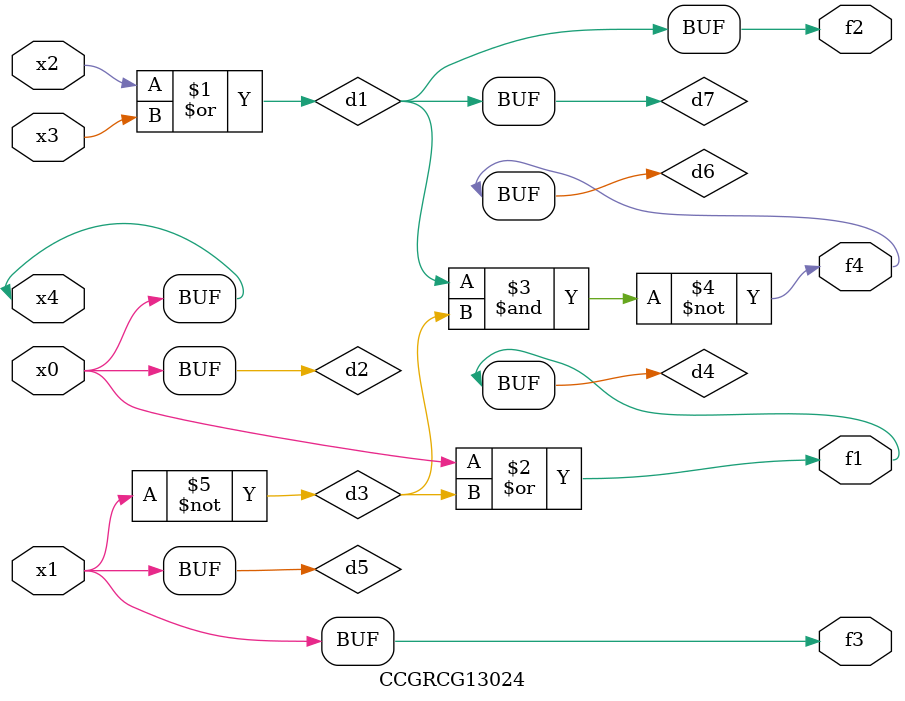
<source format=v>
module CCGRCG13024(
	input x0, x1, x2, x3, x4,
	output f1, f2, f3, f4
);

	wire d1, d2, d3, d4, d5, d6, d7;

	or (d1, x2, x3);
	buf (d2, x0, x4);
	not (d3, x1);
	or (d4, d2, d3);
	not (d5, d3);
	nand (d6, d1, d3);
	or (d7, d1);
	assign f1 = d4;
	assign f2 = d7;
	assign f3 = d5;
	assign f4 = d6;
endmodule

</source>
